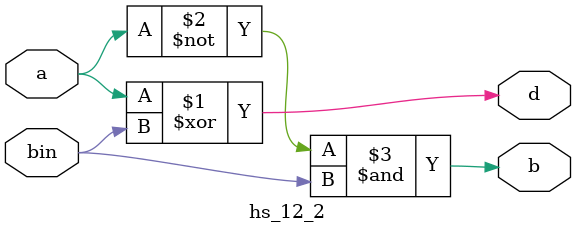
<source format=v>
`timescale 1ns / 1ps
module hs_12_2(
    input a,
    input bin,
    output d,
    output b
    );
	 xor (d,a,bin);
	 and (b,(~a),bin);


endmodule

</source>
